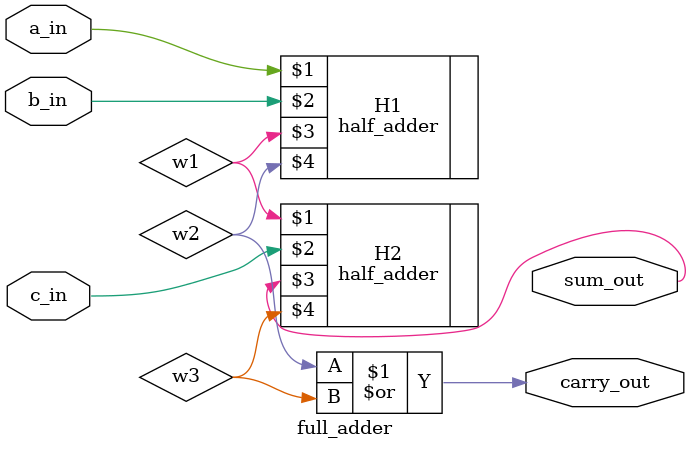
<source format=v>
module full_adder (
    a_in,
    b_in,
    c_in,
    sum_out,
    carry_out
);

  input a_in, b_in, c_in;
  output sum_out, carry_out;

  wire w1, w2, w3;

  half_adder H1 (
      a_in,
      b_in,
      w1,
      w2
  );

  half_adder H2 (
      w1,
      c_in,
      sum_out,
      w3
  );

  assign carry_out = w2 | w3;

endmodule


</source>
